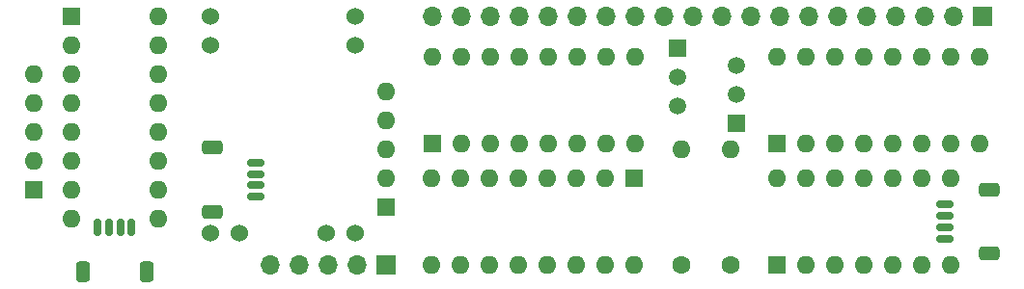
<source format=gbr>
%TF.GenerationSoftware,KiCad,Pcbnew,7.0.7*%
%TF.CreationDate,2023-10-03T22:28:34+01:00*%
%TF.ProjectId,nixie-controller-breakaway,6e697869-652d-4636-9f6e-74726f6c6c65,rev?*%
%TF.SameCoordinates,Original*%
%TF.FileFunction,Soldermask,Bot*%
%TF.FilePolarity,Negative*%
%FSLAX46Y46*%
G04 Gerber Fmt 4.6, Leading zero omitted, Abs format (unit mm)*
G04 Created by KiCad (PCBNEW 7.0.7) date 2023-10-03 22:28:34*
%MOMM*%
%LPD*%
G01*
G04 APERTURE LIST*
G04 Aperture macros list*
%AMRoundRect*
0 Rectangle with rounded corners*
0 $1 Rounding radius*
0 $2 $3 $4 $5 $6 $7 $8 $9 X,Y pos of 4 corners*
0 Add a 4 corners polygon primitive as box body*
4,1,4,$2,$3,$4,$5,$6,$7,$8,$9,$2,$3,0*
0 Add four circle primitives for the rounded corners*
1,1,$1+$1,$2,$3*
1,1,$1+$1,$4,$5*
1,1,$1+$1,$6,$7*
1,1,$1+$1,$8,$9*
0 Add four rect primitives between the rounded corners*
20,1,$1+$1,$2,$3,$4,$5,0*
20,1,$1+$1,$4,$5,$6,$7,0*
20,1,$1+$1,$6,$7,$8,$9,0*
20,1,$1+$1,$8,$9,$2,$3,0*%
G04 Aperture macros list end*
%ADD10R,1.600000X1.600000*%
%ADD11O,1.600000X1.600000*%
%ADD12R,1.500000X1.500000*%
%ADD13C,1.500000*%
%ADD14C,1.524000*%
%ADD15C,1.600000*%
%ADD16R,1.700000X1.700000*%
%ADD17O,1.700000X1.700000*%
%ADD18RoundRect,0.150000X0.625000X-0.150000X0.625000X0.150000X-0.625000X0.150000X-0.625000X-0.150000X0*%
%ADD19RoundRect,0.250000X0.650000X-0.350000X0.650000X0.350000X-0.650000X0.350000X-0.650000X-0.350000X0*%
%ADD20RoundRect,0.150000X0.150000X0.625000X-0.150000X0.625000X-0.150000X-0.625000X0.150000X-0.625000X0*%
%ADD21RoundRect,0.250000X0.350000X0.650000X-0.350000X0.650000X-0.350000X-0.650000X0.350000X-0.650000X0*%
%ADD22RoundRect,0.150000X-0.625000X0.150000X-0.625000X-0.150000X0.625000X-0.150000X0.625000X0.150000X0*%
%ADD23RoundRect,0.250000X-0.650000X0.350000X-0.650000X-0.350000X0.650000X-0.350000X0.650000X0.350000X0*%
G04 APERTURE END LIST*
D10*
%TO.C,U1*%
X96769000Y-54092000D03*
D11*
X99309000Y-54092000D03*
X101849000Y-54092000D03*
X104389000Y-54092000D03*
X106929000Y-54092000D03*
X109469000Y-54092000D03*
X112009000Y-54092000D03*
X112009000Y-46472000D03*
X109469000Y-46472000D03*
X106929000Y-46472000D03*
X104389000Y-46472000D03*
X101849000Y-46472000D03*
X99309000Y-46472000D03*
X96769000Y-46472000D03*
%TD*%
D12*
%TO.C,Q1*%
X93218000Y-41656000D03*
D13*
X93218000Y-39116000D03*
X93218000Y-36576000D03*
%TD*%
D14*
%TO.C,U6*%
X49590000Y-51260000D03*
X47050000Y-51260000D03*
X59750000Y-51260000D03*
X59750000Y-34750000D03*
X59750000Y-32210000D03*
X57210000Y-51260000D03*
X47050000Y-34750000D03*
X47050000Y-32210000D03*
%TD*%
D15*
%TO.C,R2*%
X88392000Y-54102000D03*
D11*
X88392000Y-43942000D03*
%TD*%
D10*
%TO.C,U5*%
X34886000Y-32273000D03*
D11*
X34886000Y-34813000D03*
X34886000Y-37353000D03*
X34886000Y-39893000D03*
X34886000Y-42433000D03*
X34886000Y-44973000D03*
X34886000Y-47513000D03*
X34886000Y-50053000D03*
X42506000Y-50053000D03*
X42506000Y-47513000D03*
X42506000Y-44973000D03*
X42506000Y-42433000D03*
X42506000Y-39893000D03*
X42506000Y-37353000D03*
X42506000Y-34813000D03*
X42506000Y-32273000D03*
%TD*%
D10*
%TO.C,RN2*%
X31574000Y-47498000D03*
D11*
X31574000Y-44958000D03*
X31574000Y-42418000D03*
X31574000Y-39878000D03*
X31574000Y-37338000D03*
%TD*%
D10*
%TO.C,U2*%
X96789000Y-43424000D03*
D11*
X99329000Y-43424000D03*
X101869000Y-43424000D03*
X104409000Y-43424000D03*
X106949000Y-43424000D03*
X109489000Y-43424000D03*
X112029000Y-43424000D03*
X114569000Y-43424000D03*
X114569000Y-35804000D03*
X112029000Y-35804000D03*
X109489000Y-35804000D03*
X106949000Y-35804000D03*
X104409000Y-35804000D03*
X101869000Y-35804000D03*
X99329000Y-35804000D03*
X96789000Y-35804000D03*
%TD*%
D10*
%TO.C,RN1*%
X62484000Y-49022000D03*
D11*
X62484000Y-46482000D03*
X62484000Y-43942000D03*
X62484000Y-41402000D03*
X62484000Y-38862000D03*
%TD*%
D10*
%TO.C,U4*%
X66548000Y-43434000D03*
D11*
X69088000Y-43434000D03*
X71628000Y-43434000D03*
X74168000Y-43434000D03*
X76708000Y-43434000D03*
X79248000Y-43434000D03*
X81788000Y-43434000D03*
X84328000Y-43434000D03*
X84328000Y-35814000D03*
X81788000Y-35814000D03*
X79248000Y-35814000D03*
X76708000Y-35814000D03*
X74168000Y-35814000D03*
X71628000Y-35814000D03*
X69088000Y-35814000D03*
X66548000Y-35814000D03*
%TD*%
D15*
%TO.C,R1*%
X92710000Y-54102000D03*
D11*
X92710000Y-43942000D03*
%TD*%
D10*
%TO.C,U3*%
X84300000Y-46500000D03*
D11*
X81760000Y-46500000D03*
X79220000Y-46500000D03*
X76680000Y-46500000D03*
X74140000Y-46500000D03*
X71600000Y-46500000D03*
X69060000Y-46500000D03*
X66520000Y-46500000D03*
X66520000Y-54120000D03*
X69060000Y-54120000D03*
X71600000Y-54120000D03*
X74140000Y-54120000D03*
X76680000Y-54120000D03*
X79220000Y-54120000D03*
X81760000Y-54120000D03*
X84300000Y-54120000D03*
%TD*%
D16*
%TO.C,J3*%
X114808000Y-32258000D03*
D17*
X112268000Y-32258000D03*
X109728000Y-32258000D03*
X107188000Y-32258000D03*
X104648000Y-32258000D03*
X102108000Y-32258000D03*
X99568000Y-32258000D03*
X97028000Y-32258000D03*
X94488000Y-32258000D03*
X91948000Y-32258000D03*
X89408000Y-32258000D03*
X86868000Y-32258000D03*
X84328000Y-32258000D03*
X81788000Y-32258000D03*
X79248000Y-32258000D03*
X76708000Y-32258000D03*
X74168000Y-32258000D03*
X71628000Y-32258000D03*
X69088000Y-32258000D03*
X66548000Y-32258000D03*
%TD*%
D16*
%TO.C,J1*%
X62484000Y-54102000D03*
D17*
X59944000Y-54102000D03*
X57404000Y-54102000D03*
X54864000Y-54102000D03*
X52324000Y-54102000D03*
%TD*%
D12*
%TO.C,Q2*%
X88032000Y-35052000D03*
D13*
X88032000Y-37592000D03*
X88032000Y-40132000D03*
%TD*%
D18*
%TO.C,J4*%
X51100000Y-48100000D03*
X51100000Y-47100000D03*
X51100000Y-46100000D03*
X51100000Y-45100000D03*
D19*
X47225000Y-49400000D03*
X47225000Y-43800000D03*
%TD*%
D20*
%TO.C,J5*%
X40186000Y-50832000D03*
X39186000Y-50832000D03*
X38186000Y-50832000D03*
X37186000Y-50832000D03*
D21*
X41486000Y-54707000D03*
X35886000Y-54707000D03*
%TD*%
D22*
%TO.C,J2*%
X111538000Y-48792000D03*
X111538000Y-49792000D03*
X111538000Y-50792000D03*
X111538000Y-51792000D03*
D23*
X115413000Y-47492000D03*
X115413000Y-53092000D03*
%TD*%
M02*

</source>
